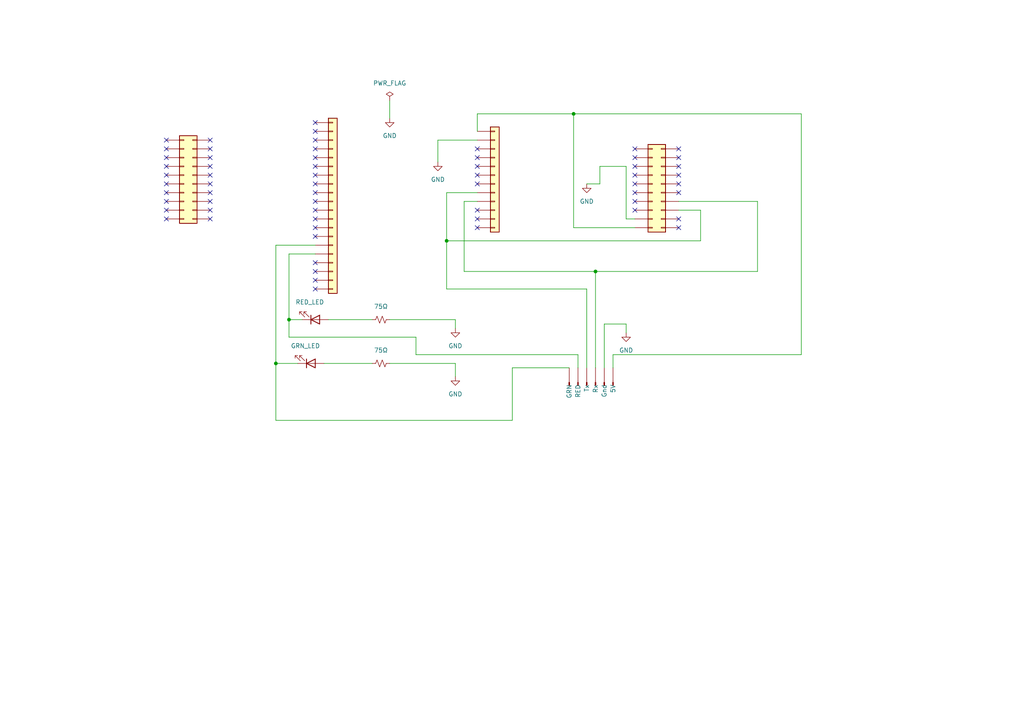
<source format=kicad_sch>
(kicad_sch (version 20211123) (generator eeschema)
  (paper "A4")
  (title_block (date "2022-09-26"))
  (lib_symbols
    (symbol "Connector:Conn_01x06_Male" (pin_numbers hide) (pin_names (offset 1.016))
      (symbol "Conn_01x06_Male_1_1"
        (polyline (pts (xy 1.27 -7.62) (xy 0.8636 -7.62)) (stroke (width 0.1524)))
        (polyline (pts (xy 1.27 -5.08) (xy 0.8636 -5.08)) (stroke (width 0.1524)))
        (polyline (pts (xy 1.27 -2.54) (xy 0.8636 -2.54)) (stroke (width 0.1524)))
        (polyline (pts (xy 1.27 0) (xy 0.8636 0)) (stroke (width 0.1524)))
        (polyline (pts (xy 1.27 2.54) (xy 0.8636 2.54)) (stroke (width 0.1524)))
        (polyline (pts (xy 1.27 5.08) (xy 0.8636 5.08)) (stroke (width 0.1524)))
        (rectangle (start 0.8636 -7.493) (end 0 -7.747) (stroke (width 0.1524)) (fill (type outline)))
        (rectangle (start 0.8636 -4.953) (end 0 -5.207) (stroke (width 0.1524)) (fill (type outline)))
        (rectangle (start 0.8636 -2.413) (end 0 -2.667) (stroke (width 0.1524)) (fill (type outline)))
        (rectangle (start 0.8636 0.127) (end 0 -0.127) (stroke (width 0.1524)) (fill (type outline)))
        (rectangle (start 0.8636 2.667) (end 0 2.413) (stroke (width 0.1524)) (fill (type outline)))
        (rectangle (start 0.8636 5.207) (end 0 4.953) (stroke (width 0.1524)) (fill (type outline)))
        (pin passive line (at 5.08 5.08 180) (length 3.81) (name "GRN") (number "1"))
        (pin passive line (at 5.08 2.54 180) (length 3.81) (name "RED") (number "2"))
        (pin passive line (at 5.08 0 180) (length 3.81) (name "Tx") (number "3"))
        (pin passive line (at 5.08 -2.54 180) (length 3.81) (name "Rx") (number "4"))
        (pin passive line (at 5.08 -5.08 180) (length 3.81) (name "Gnd") (number "5"))
        (pin passive line (at 5.08 -7.62 180) (length 3.81) (name "5V") (number "6"))
      )
    )
    (symbol "Connector_Generic:Conn_01x12" (pin_numbers hide) (pin_names (offset 1.016) hide)
      (property "Reference" "J3" (at 2.54 0.0001 0))
      (property "Value" "Conn_01x12" (at 2.54 -2.5399 0))
      (symbol "Conn_01x12_1_1"
        (rectangle (start -1.27 -15.113) (end 0 -15.367) (stroke (width 0.1524)))
        (rectangle (start -1.27 -12.573) (end 0 -12.827) (stroke (width 0.1524)))
        (rectangle (start -1.27 -10.033) (end 0 -10.287) (stroke (width 0.1524)))
        (rectangle (start -1.27 -7.493) (end 0 -7.747) (stroke (width 0.1524)))
        (rectangle (start -1.27 -4.953) (end 0 -5.207) (stroke (width 0.1524)))
        (rectangle (start -1.27 -2.413) (end 0 -2.667) (stroke (width 0.1524)))
        (rectangle (start -1.27 0.127) (end 0 -0.127) (stroke (width 0.1524)))
        (rectangle (start -1.27 2.667) (end 0 2.413) (stroke (width 0.1524)))
        (rectangle (start -1.27 5.207) (end 0 4.953) (stroke (width 0.1524)))
        (rectangle (start -1.27 7.747) (end 0 7.493) (stroke (width 0.1524)))
        (rectangle (start -1.27 10.287) (end 0 10.033) (stroke (width 0.1524)))
        (rectangle (start -1.27 12.827) (end 0 12.573) (stroke (width 0.1524)))
        (rectangle (start -1.27 13.97) (end 1.27 -16.51) (stroke (width 0.254)) (fill (type background)))
        (pin passive line (at -5.08 12.7 0) (length 3.81) (name "5V") (number "1"))
        (pin passive line (at -5.08 -10.16 0) (length 3.81) (name "Pin_10") (number "10"))
        (pin passive line (at -5.08 -12.7 0) (length 3.81) (name "Pin_11") (number "11"))
        (pin passive line (at -5.08 -15.24 0) (length 3.81) (name "Pin_12") (number "12"))
        (pin passive line (at -5.08 10.16 0) (length 3.81) (name "Gnd") (number "2"))
        (pin passive line (at -5.08 7.62 0) (length 3.81) (name "Pin_3") (number "3"))
        (pin passive line (at -5.08 5.08 0) (length 3.81) (name "Pin_4") (number "4"))
        (pin passive line (at -5.08 2.54 0) (length 3.81) (name "Pin_5") (number "5"))
        (pin passive line (at -5.08 0 0) (length 3.81) (name "Pin_6") (number "6"))
        (pin passive line (at -5.08 -2.54 0) (length 3.81) (name "Pin_7") (number "7"))
        (pin passive line (at -5.08 -5.08 0) (length 3.81) (name "Tx") (number "8"))
        (pin passive line (at -5.08 -7.62 0) (length 3.81) (name "Rx") (number "9"))
      )
    )
    (symbol "Connector_Generic:Conn_01x20" (pin_numbers hide) (pin_names (offset 1.016) hide)
      (property "Reference" "J2" (at 2.54 0.0001 0))
      (property "Value" "Conn_01x20" (at 2.54 -2.5399 0))
      (symbol "Conn_01x20_1_1"
        (rectangle (start -1.27 -25.273) (end 0 -25.527) (stroke (width 0.1524)))
        (rectangle (start -1.27 -22.733) (end 0 -22.987) (stroke (width 0.1524)))
        (rectangle (start -1.27 -20.193) (end 0 -20.447) (stroke (width 0.1524)))
        (rectangle (start -1.27 -17.653) (end 0 -17.907) (stroke (width 0.1524)))
        (rectangle (start -1.27 -15.113) (end 0 -15.367) (stroke (width 0.1524)))
        (rectangle (start -1.27 -12.573) (end 0 -12.827) (stroke (width 0.1524)))
        (rectangle (start -1.27 -10.033) (end 0 -10.287) (stroke (width 0.1524)))
        (rectangle (start -1.27 -7.493) (end 0 -7.747) (stroke (width 0.1524)))
        (rectangle (start -1.27 -4.953) (end 0 -5.207) (stroke (width 0.1524)))
        (rectangle (start -1.27 -2.413) (end 0 -2.667) (stroke (width 0.1524)))
        (rectangle (start -1.27 0.127) (end 0 -0.127) (stroke (width 0.1524)))
        (rectangle (start -1.27 2.667) (end 0 2.413) (stroke (width 0.1524)))
        (rectangle (start -1.27 5.207) (end 0 4.953) (stroke (width 0.1524)))
        (rectangle (start -1.27 7.747) (end 0 7.493) (stroke (width 0.1524)))
        (rectangle (start -1.27 10.287) (end 0 10.033) (stroke (width 0.1524)))
        (rectangle (start -1.27 12.827) (end 0 12.573) (stroke (width 0.1524)))
        (rectangle (start -1.27 15.367) (end 0 15.113) (stroke (width 0.1524)))
        (rectangle (start -1.27 17.907) (end 0 17.653) (stroke (width 0.1524)))
        (rectangle (start -1.27 20.447) (end 0 20.193) (stroke (width 0.1524)))
        (rectangle (start -1.27 22.987) (end 0 22.733) (stroke (width 0.1524)))
        (rectangle (start -1.27 24.13) (end 1.27 -26.67) (stroke (width 0.254)) (fill (type background)))
        (pin passive line (at -5.08 22.86 0) (length 3.81) (name "Pin_1") (number "1"))
        (pin passive line (at -5.08 0 0) (length 3.81) (name "Pin_10") (number "10"))
        (pin passive line (at -5.08 -2.54 0) (length 3.81) (name "Pin_11") (number "11"))
        (pin passive line (at -5.08 -5.08 0) (length 3.81) (name "Pin_12") (number "12"))
        (pin passive line (at -5.08 -7.62 0) (length 3.81) (name "Pin_13") (number "13"))
        (pin passive line (at -5.08 -10.16 0) (length 3.81) (name "Pin_14") (number "14"))
        (pin passive line (at -5.08 -12.7 0) (length 3.81) (name "15") (number "15"))
        (pin passive line (at -5.08 -15.24 0) (length 3.81) (name "") (number "16"))
        (pin passive line (at -5.08 -17.78 0) (length 3.81) (name "Pin_17") (number "17"))
        (pin passive line (at -5.08 -20.32 0) (length 3.81) (name "Pin_18") (number "18"))
        (pin passive line (at -5.08 -22.86 0) (length 3.81) (name "Pin_19") (number "19"))
        (pin passive line (at -5.08 20.32 0) (length 3.81) (name "Pin_2") (number "2"))
        (pin passive line (at -5.08 -25.4 0) (length 3.81) (name "Pin_20") (number "20"))
        (pin passive line (at -5.08 17.78 0) (length 3.81) (name "Pin_3") (number "3"))
        (pin passive line (at -5.08 15.24 0) (length 3.81) (name "Pin_4") (number "4"))
        (pin passive line (at -5.08 12.7 0) (length 3.81) (name "Pin_5") (number "5"))
        (pin passive line (at -5.08 10.16 0) (length 3.81) (name "Pin_6") (number "6"))
        (pin passive line (at -5.08 7.62 0) (length 3.81) (name "Pin_7") (number "7"))
        (pin passive line (at -5.08 5.08 0) (length 3.81) (name "Pin_8") (number "8"))
        (pin passive line (at -5.08 2.54 0) (length 3.81) (name "Pin_9") (number "9"))
      )
    )
    (symbol "Connector_Generic:Conn_02x10_Counter_Clockwise" (pin_numbers hide) (pin_names (offset 1.016) hide)
      (property "Reference" "J" (at 1.27 12.7 0))
      (property "Value" "Conn_02x10_Counter_Clockwise" (at 1.27 -15.24 0))
      (symbol "Conn_02x10_Counter_Clockwise_1_1"
        (rectangle (start -1.27 -12.573) (end 0 -12.827) (stroke (width 0.1524)))
        (rectangle (start -1.27 -10.033) (end 0 -10.287) (stroke (width 0.1524)))
        (rectangle (start -1.27 -7.493) (end 0 -7.747) (stroke (width 0.1524)))
        (rectangle (start -1.27 -4.953) (end 0 -5.207) (stroke (width 0.1524)))
        (rectangle (start -1.27 -2.413) (end 0 -2.667) (stroke (width 0.1524)))
        (rectangle (start -1.27 0.127) (end 0 -0.127) (stroke (width 0.1524)))
        (rectangle (start -1.27 2.667) (end 0 2.413) (stroke (width 0.1524)))
        (rectangle (start -1.27 5.207) (end 0 4.953) (stroke (width 0.1524)))
        (rectangle (start -1.27 7.747) (end 0 7.493) (stroke (width 0.1524)))
        (rectangle (start -1.27 10.287) (end 0 10.033) (stroke (width 0.1524)))
        (rectangle (start -1.27 11.43) (end 3.81 -13.97) (stroke (width 0.254)) (fill (type background)))
        (rectangle (start 3.81 -12.573) (end 2.54 -12.827) (stroke (width 0.1524)))
        (rectangle (start 3.81 -10.033) (end 2.54 -10.287) (stroke (width 0.1524)))
        (rectangle (start 3.81 -7.493) (end 2.54 -7.747) (stroke (width 0.1524)))
        (rectangle (start 3.81 -4.953) (end 2.54 -5.207) (stroke (width 0.1524)))
        (rectangle (start 3.81 -2.413) (end 2.54 -2.667) (stroke (width 0.1524)))
        (rectangle (start 3.81 0.127) (end 2.54 -0.127) (stroke (width 0.1524)))
        (rectangle (start 3.81 2.667) (end 2.54 2.413) (stroke (width 0.1524)))
        (rectangle (start 3.81 5.207) (end 2.54 4.953) (stroke (width 0.1524)))
        (rectangle (start 3.81 7.747) (end 2.54 7.493) (stroke (width 0.1524)))
        (rectangle (start 3.81 10.287) (end 2.54 10.033) (stroke (width 0.1524)))
        (pin passive line (at -5.08 10.16 0) (length 3.81) (name "Pin_1") (number "1"))
        (pin passive line (at -5.08 -12.7 0) (length 3.81) (name "Pin_10") (number "10"))
        (pin passive line (at 7.62 -12.7 180) (length 3.81) (name "Pin_11") (number "11"))
        (pin passive line (at 7.62 -10.16 180) (length 3.81) (name "Pin_12") (number "12"))
        (pin passive line (at 7.62 -7.62 180) (length 3.81) (name "Pin_13") (number "13"))
        (pin passive line (at 7.62 -5.08 180) (length 3.81) (name "Pin_14") (number "14"))
        (pin passive line (at 7.62 -2.54 180) (length 3.81) (name "Pin_15") (number "15"))
        (pin passive line (at 7.62 0 180) (length 3.81) (name "Pin_16") (number "16"))
        (pin passive line (at 7.62 2.54 180) (length 3.81) (name "Pin_17") (number "17"))
        (pin passive line (at 7.62 5.08 180) (length 3.81) (name "Pin_18") (number "18"))
        (pin passive line (at 7.62 7.62 180) (length 3.81) (name "Pin_19") (number "19"))
        (pin passive line (at -5.08 7.62 0) (length 3.81) (name "Pin_2") (number "2"))
        (pin passive line (at 7.62 10.16 180) (length 3.81) (name "Pin_20") (number "20"))
        (pin passive line (at -5.08 5.08 0) (length 3.81) (name "Pin_3") (number "3"))
        (pin passive line (at -5.08 2.54 0) (length 3.81) (name "Pin_4") (number "4"))
        (pin passive line (at -5.08 0 0) (length 3.81) (name "Pin_5") (number "5"))
        (pin passive line (at -5.08 -2.54 0) (length 3.81) (name "Pin_6") (number "6"))
        (pin passive line (at -5.08 -5.08 0) (length 3.81) (name "Pin_7") (number "7"))
        (pin passive line (at -5.08 -7.62 0) (length 3.81) (name "Pin_8") (number "8"))
        (pin passive line (at -5.08 -10.16 0) (length 3.81) (name "Pin_9") (number "9"))
      )
    )
    (symbol "Connector_Generic:Conn_02x10_Odd_Even" (pin_numbers hide) (pin_names (offset 1.016) hide)
      (property "Reference" "J" (at 1.27 12.7 0))
      (property "Value" "Conn_02x10_Odd_Even" (at 1.27 -15.24 0))
      (symbol "Conn_02x10_Odd_Even_1_1"
        (rectangle (start -1.27 -12.573) (end 0 -12.827) (stroke (width 0.1524)))
        (rectangle (start -1.27 -10.033) (end 0 -10.287) (stroke (width 0.1524)))
        (rectangle (start -1.27 -7.493) (end 0 -7.747) (stroke (width 0.1524)))
        (rectangle (start -1.27 -4.953) (end 0 -5.207) (stroke (width 0.1524)))
        (rectangle (start -1.27 -2.413) (end 0 -2.667) (stroke (width 0.1524)))
        (rectangle (start -1.27 0.127) (end 0 -0.127) (stroke (width 0.1524)))
        (rectangle (start -1.27 2.667) (end 0 2.413) (stroke (width 0.1524)))
        (rectangle (start -1.27 5.207) (end 0 4.953) (stroke (width 0.1524)))
        (rectangle (start -1.27 7.747) (end 0 7.493) (stroke (width 0.1524)))
        (rectangle (start -1.27 10.287) (end 0 10.033) (stroke (width 0.1524)))
        (rectangle (start -1.27 11.43) (end 3.81 -13.97) (stroke (width 0.254)) (fill (type background)))
        (rectangle (start 3.81 -12.573) (end 2.54 -12.827) (stroke (width 0.1524)))
        (rectangle (start 3.81 -10.033) (end 2.54 -10.287) (stroke (width 0.1524)))
        (rectangle (start 3.81 -7.493) (end 2.54 -7.747) (stroke (width 0.1524)))
        (rectangle (start 3.81 -4.953) (end 2.54 -5.207) (stroke (width 0.1524)))
        (rectangle (start 3.81 -2.413) (end 2.54 -2.667) (stroke (width 0.1524)))
        (rectangle (start 3.81 0.127) (end 2.54 -0.127) (stroke (width 0.1524)))
        (rectangle (start 3.81 2.667) (end 2.54 2.413) (stroke (width 0.1524)))
        (rectangle (start 3.81 5.207) (end 2.54 4.953) (stroke (width 0.1524)))
        (rectangle (start 3.81 7.747) (end 2.54 7.493) (stroke (width 0.1524)))
        (rectangle (start 3.81 10.287) (end 2.54 10.033) (stroke (width 0.1524)))
        (pin passive line (at -5.08 10.16 0) (length 3.81) (name "Pin_1") (number "1"))
        (pin passive line (at 7.62 0 180) (length 3.81) (name "Pin_10") (number "10"))
        (pin passive line (at -5.08 -2.54 0) (length 3.81) (name "Pin_11") (number "11"))
        (pin passive line (at 7.62 -2.54 180) (length 3.81) (name "Pin_12") (number "12"))
        (pin passive line (at -5.08 -5.08 0) (length 3.81) (name "Pin_13") (number "13"))
        (pin passive line (at 7.62 -5.08 180) (length 3.81) (name "Pin_14") (number "14"))
        (pin passive line (at -5.08 -7.62 0) (length 3.81) (name "Pin_15") (number "15"))
        (pin passive line (at 7.62 -7.62 180) (length 3.81) (name "Pin_16") (number "16"))
        (pin passive line (at -5.08 -10.16 0) (length 3.81) (name "Pin_17") (number "17"))
        (pin passive line (at 7.62 -10.16 180) (length 3.81) (name "Pin_18") (number "18"))
        (pin passive line (at -5.08 -12.7 0) (length 3.81) (name "Pin_19") (number "19"))
        (pin passive line (at 7.62 10.16 180) (length 3.81) (name "Pin_2") (number "2"))
        (pin passive line (at 7.62 -12.7 180) (length 3.81) (name "Pin_20") (number "20"))
        (pin passive line (at -5.08 7.62 0) (length 3.81) (name "Pin_3") (number "3"))
        (pin passive line (at 7.62 7.62 180) (length 3.81) (name "Pin_4") (number "4"))
        (pin passive line (at -5.08 5.08 0) (length 3.81) (name "Pin_5") (number "5"))
        (pin passive line (at 7.62 5.08 180) (length 3.81) (name "Pin_6") (number "6"))
        (pin passive line (at -5.08 2.54 0) (length 3.81) (name "Pin_7") (number "7"))
        (pin passive line (at 7.62 2.54 180) (length 3.81) (name "Pin_8") (number "8"))
        (pin passive line (at -5.08 0 0) (length 3.81) (name "Pin_9") (number "9"))
      )
    )
    (symbol "Device:LED" (pin_numbers hide) (pin_names (offset 1.016) hide)
      (property "Reference" "D" (at 0 2.54 0))
      (property "Value" "LED" (at 0 -2.54 0))
      (symbol "LED_0_1"
        (polyline (pts (xy -1.27 -1.27) (xy -1.27 1.27)) (stroke (width 0.254)))
        (polyline (pts (xy -1.27 0) (xy 1.27 0)))
        (polyline (pts (xy 1.27 -1.27) (xy 1.27 1.27) (xy -1.27 0) (xy 1.27 -1.27)) (stroke (width 0.254)))
        (polyline (pts (xy -3.048 -0.762) (xy -4.572 -2.286) (xy -3.81 -2.286) (xy -4.572 -2.286) (xy -4.572 -1.524)))
        (polyline (pts (xy -1.778 -0.762) (xy -3.302 -2.286) (xy -2.54 -2.286) (xy -3.302 -2.286) (xy -3.302 -1.524)))
      )
      (symbol "LED_1_1"
        (pin passive line (at -3.81 0 0) (length 2.54) (name "K") (number "1"))
        (pin passive line (at 3.81 0 180) (length 2.54) (name "A") (number "2"))
      )
    )
    (symbol "Device:R_Small_US" (pin_numbers hide) (pin_names (offset 0.254) hide)
      (property "Reference" "R" (at 0.762 0.508 0))
      (property "Value" "R_Small_US" (at 0.762 -1.016 0))
      (symbol "R_Small_US_1_1"
        (polyline (pts (xy 0 0) (xy 1.016 -0.381) (xy 0 -0.762) (xy -1.016 -1.143) (xy 0 -1.524)))
        (polyline (pts (xy 0 1.524) (xy 1.016 1.143) (xy 0 0.762) (xy -1.016 0.381) (xy 0 0)))
        (pin passive line (at 0 2.54 270) (length 1.016) (name "~") (number "1"))
        (pin passive line (at 0 -2.54 90) (length 1.016) (name "~") (number "2"))
      )
    )
    (symbol "power:GND" (power) (pin_names (offset 0))
      (property "Value" "GND" (at 0 -3.81 0))
      (symbol "GND_0_1"
        (polyline (pts (xy 0 0) (xy 0 -1.27) (xy 1.27 -1.27) (xy 0 -2.54) (xy -1.27 -1.27) (xy 0 -1.27)))
      )
      (symbol "GND_1_1"
        (pin power_in line (at 0 0 270) (length 0) hide (name "GND") (number "1"))
      )
    )
    (symbol "power:PWR_FLAG" (power) (pin_numbers hide) (pin_names (offset 0) hide)
      (property "Value" "PWR_FLAG" (at 0 3.81 0))
      (symbol "PWR_FLAG_0_0"
        (pin power_out line (at 0 0 90) (length 0) (name "pwr") (number "1"))
      )
      (symbol "PWR_FLAG_0_1"
        (polyline (pts (xy 0 0) (xy 0 1.27) (xy -1.016 1.905) (xy 0 2.54) (xy 1.016 1.905) (xy 0 1.27)))
      )
    )
  )
  (junction (at 172.72 78.74))
  (junction (at 129.54 69.85))
  (junction (at 83.82 92.71))
  (junction (at 80.01 105.41))
  (junction (at 166.37 33.02))
  (no_connect (at 138.43 45.72))
  (no_connect (at 138.43 48.26))
  (no_connect (at 138.43 43.18))
  (no_connect (at 138.43 50.8))
  (no_connect (at 138.43 53.34))
  (no_connect (at 138.43 60.96))
  (no_connect (at 138.43 63.5))
  (no_connect (at 138.43 66.04))
  (no_connect (at 60.96 40.64))
  (no_connect (at 60.96 43.18))
  (no_connect (at 60.96 45.72))
  (no_connect (at 60.96 48.26))
  (no_connect (at 60.96 50.8))
  (no_connect (at 60.96 53.34))
  (no_connect (at 60.96 55.88))
  (no_connect (at 60.96 58.42))
  (no_connect (at 60.96 60.96))
  (no_connect (at 60.96 63.5))
  (no_connect (at 48.26 58.42))
  (no_connect (at 48.26 60.96))
  (no_connect (at 48.26 63.5))
  (no_connect (at 48.26 55.88))
  (no_connect (at 48.26 53.34))
  (no_connect (at 48.26 50.8))
  (no_connect (at 48.26 40.64))
  (no_connect (at 48.26 43.18))
  (no_connect (at 48.26 45.72))
  (no_connect (at 48.26 48.26))
  (no_connect (at 91.44 76.2))
  (no_connect (at 91.44 68.58))
  (no_connect (at 91.44 78.74))
  (no_connect (at 91.44 81.28))
  (no_connect (at 91.44 83.82))
  (no_connect (at 196.85 55.88))
  (no_connect (at 184.15 43.18))
  (no_connect (at 196.85 43.18))
  (no_connect (at 184.15 55.88))
  (no_connect (at 184.15 60.96))
  (no_connect (at 184.15 58.42))
  (no_connect (at 196.85 63.5))
  (no_connect (at 196.85 66.04))
  (no_connect (at 196.85 45.72))
  (no_connect (at 196.85 53.34))
  (no_connect (at 196.85 50.8))
  (no_connect (at 196.85 48.26))
  (no_connect (at 184.15 53.34))
  (no_connect (at 184.15 50.8))
  (no_connect (at 184.15 48.26))
  (no_connect (at 184.15 45.72))
  (no_connect (at 91.44 35.56))
  (no_connect (at 91.44 48.26))
  (no_connect (at 91.44 60.96))
  (no_connect (at 91.44 66.04))
  (no_connect (at 91.44 63.5))
  (no_connect (at 91.44 38.1))
  (no_connect (at 91.44 45.72))
  (no_connect (at 91.44 43.18))
  (no_connect (at 91.44 40.64))
  (no_connect (at 91.44 50.8))
  (no_connect (at 91.44 53.34))
  (no_connect (at 91.44 55.88))
  (no_connect (at 91.44 58.42))
  (wire (pts (xy 138.43 33.02) (xy 166.37 33.02)))
  (wire (pts (xy 80.01 71.12) (xy 80.01 105.41)))
  (wire (pts (xy 148.59 121.92) (xy 80.01 121.92)))
  (wire (pts (xy 172.72 78.74) (xy 172.72 106.68)))
  (wire (pts (xy 132.08 105.41) (xy 113.03 105.41)))
  (wire (pts (xy 91.44 73.66) (xy 83.82 73.66)))
  (wire (pts (xy 138.43 55.88) (xy 129.54 55.88)))
  (wire (pts (xy 120.65 102.87) (xy 120.65 97.79)))
  (wire (pts (xy 177.8 106.68) (xy 177.8 102.87)))
  (wire (pts (xy 132.08 109.22) (xy 132.08 105.41)))
  (wire (pts (xy 177.8 102.87) (xy 232.41 102.87)))
  (wire (pts (xy 173.99 48.26) (xy 181.61 48.26)))
  (wire (pts (xy 127 40.64) (xy 138.43 40.64)))
  (wire (pts (xy 170.18 83.82) (xy 129.54 83.82)))
  (wire (pts (xy 127 40.64) (xy 127 46.99)))
  (wire (pts (xy 219.71 58.42) (xy 219.71 78.74)))
  (wire (pts (xy 132.08 95.25) (xy 132.08 92.71)))
  (wire (pts (xy 196.85 60.96) (xy 203.2 60.96)))
  (wire (pts (xy 80.01 105.41) (xy 80.01 121.92)))
  (wire (pts (xy 148.59 106.68) (xy 148.59 121.92)))
  (wire (pts (xy 167.64 102.87) (xy 167.64 106.68)))
  (wire (pts (xy 83.82 92.71) (xy 87.63 92.71)))
  (wire (pts (xy 120.65 97.79) (xy 83.82 97.79)))
  (wire (pts (xy 181.61 96.52) (xy 181.61 93.98)))
  (wire (pts (xy 91.44 71.12) (xy 80.01 71.12)))
  (wire (pts (xy 181.61 93.98) (xy 175.26 93.98)))
  (wire (pts (xy 113.03 29.21) (xy 113.03 34.29)))
  (wire (pts (xy 93.98 105.41) (xy 107.95 105.41)))
  (wire (pts (xy 134.62 58.42) (xy 134.62 78.74)))
  (wire (pts (xy 173.99 53.34) (xy 170.18 53.34)))
  (wire (pts (xy 134.62 78.74) (xy 172.72 78.74)))
  (wire (pts (xy 232.41 33.02) (xy 166.37 33.02)))
  (wire (pts (xy 166.37 66.04) (xy 184.15 66.04)))
  (wire (pts (xy 132.08 92.71) (xy 113.03 92.71)))
  (wire (pts (xy 95.25 92.71) (xy 107.95 92.71)))
  (wire (pts (xy 170.18 83.82) (xy 170.18 106.68)))
  (wire (pts (xy 129.54 55.88) (xy 129.54 69.85)))
  (wire (pts (xy 83.82 97.79) (xy 83.82 92.71)))
  (wire (pts (xy 172.72 78.74) (xy 219.71 78.74)))
  (wire (pts (xy 80.01 105.41) (xy 86.36 105.41)))
  (wire (pts (xy 129.54 83.82) (xy 129.54 69.85)))
  (wire (pts (xy 196.85 58.42) (xy 219.71 58.42)))
  (wire (pts (xy 129.54 69.85) (xy 203.2 69.85)))
  (wire (pts (xy 232.41 102.87) (xy 232.41 33.02)))
  (wire (pts (xy 175.26 106.68) (xy 175.26 93.98)))
  (wire (pts (xy 173.99 48.26) (xy 173.99 53.34)))
  (wire (pts (xy 167.64 102.87) (xy 120.65 102.87)))
  (wire (pts (xy 138.43 58.42) (xy 134.62 58.42)))
  (wire (pts (xy 138.43 38.1) (xy 138.43 33.02)))
  (wire (pts (xy 203.2 69.85) (xy 203.2 60.96)))
  (wire (pts (xy 184.15 63.5) (xy 181.61 63.5)))
  (wire (pts (xy 166.37 33.02) (xy 166.37 66.04)))
  (wire (pts (xy 181.61 63.5) (xy 181.61 48.26)))
  (wire (pts (xy 83.82 73.66) (xy 83.82 92.71)))
  (wire (pts (xy 165.1 106.68) (xy 148.59 106.68)))
  (symbol (lib_id "Connector_Generic:Conn_01x20") (at 96.52 58.42 0) (unit 1)
    (property "Reference" "J2" (effects hide))
    (property "Value" "Conn_01x20" (effects hide))
    (property "Footprint" "Connector_PinHeader_2.54mm:PinHeader_1x20_P2.54mm_Vertical" (effects hide))
  )
  (symbol (lib_id "Device:R_Small_US") (at 110.49 92.71 90) (unit 1)
    (property "Reference" "R1" (effects hide))
    (property "Value" "75Ω" (at 110.49 88.9 90))
    (property "Footprint" "Resistor_SMD:R_1206_3216Metric_Pad1.30x1.75mm_HandSolder" (effects hide))
  )
  (symbol (lib_id "power:GND") (at 113.03 34.29 0) (unit 1)
    (property "Reference" "#PWR0102" (effects hide))
    (property "Value" "GND" (at 113.03 39.37 0))
  )
  (symbol (lib_id "Connector_Generic:Conn_02x10_Counter_Clockwise") (at 53.34 50.8 0) (unit 1)
    (property "Reference" "J1" (effects hide))
    (property "Value" "Conn_02x10_Counter_Clockwise" (effects hide))
    (property "Footprint" "Connector_PinHeader_2.54mm:PinHeader_2x10_P2.54mm_Vertical" (effects hide))
  )
  (symbol (lib_id "Device:LED") (at 91.44 92.71 0) (mirror x) (unit 1)
    (property "Reference" "D2" (effects hide))
    (property "Value" "RED_LED" (at 89.8525 87.63 0))
    (property "Footprint" "LED_SMD:LED_1206_3216Metric" (effects hide))
  )
  (symbol (lib_id "power:GND") (at 132.08 109.22 0) (unit 1)
    (property "Reference" "#PWR0105" (effects hide))
    (property "Value" "GND" (at 132.08 114.3 0))
  )
  (symbol (lib_id "Connector_Generic:Conn_02x10_Odd_Even") (at 189.23 53.34 0) (unit 1)
    (property "Reference" "J4" (effects hide))
    (property "Value" "Conn_02x10_Odd_Even" (effects hide))
    (property "Footprint" "Connector_PinHeader_2.54mm:PinHeader_2x10_P2.54mm_Vertical" (effects hide))
  )
  (symbol (lib_id "power:GND") (at 181.61 96.52 0) (unit 1)
    (property "Reference" "#PWR0106" (effects hide))
    (property "Value" "GND" (at 181.61 101.6 0))
  )
  (symbol (lib_id "power:GND") (at 132.08 95.25 0) (unit 1)
    (property "Reference" "#PWR0104" (effects hide))
    (property "Value" "GND" (at 132.08 100.33 0))
  )
  (symbol (lib_id "power:GND") (at 170.18 53.34 0) (unit 1)
    (property "Reference" "#PWR0101" (effects hide))
    (property "Value" "GND" (at 170.18 58.42 0))
  )
  (symbol (lib_id "Connector:Conn_01x06_Male") (at 170.18 111.76 90) (unit 1)
    (property "Reference" "J5" (effects hide))
    (property "Value" "Conn_01x06_Male" (effects hide))
    (property "Footprint" "Connector_PinHeader_2.54mm:PinHeader_1x06_P2.54mm_Vertical" (effects hide))
  )
  (symbol (lib_id "Device:R_Small_US") (at 110.49 105.41 90) (unit 1)
    (property "Reference" "R2" (effects hide))
    (property "Value" "75Ω" (at 110.49 101.6 90))
    (property "Footprint" "Resistor_SMD:R_1206_3216Metric_Pad1.30x1.75mm_HandSolder" (effects hide))
  )
  (symbol (lib_id "power:PWR_FLAG") (at 113.03 29.21 0) (unit 1)
    (property "Reference" "#FLG0101" (effects hide))
    (property "Value" "PWR_FLAG" (at 113.03 24.13 0))
  )
  (symbol (lib_id "Connector_Generic:Conn_01x12") (at 143.51 50.8 0) (unit 1)
    (property "Reference" "J3" (effects hide))
    (property "Value" "Conn_01x12" (effects hide))
    (property "Footprint" "Connector_PinHeader_2.54mm:PinHeader_1x12_P2.54mm_Vertical" (effects hide))
  )
  (symbol (lib_id "power:GND") (at 127 46.99 0) (unit 1)
    (property "Reference" "#PWR0103" (effects hide))
    (property "Value" "GND" (at 127 52.07 0))
  )
  (symbol (lib_id "Device:LED") (at 90.17 105.41 0) (mirror x) (unit 1)
    (property "Reference" "D1" (effects hide))
    (property "Value" "GRN_LED" (at 88.5825 100.33 0))
    (property "Footprint" "LED_SMD:LED_1206_3216Metric" (effects hide))
  )
)
</source>
